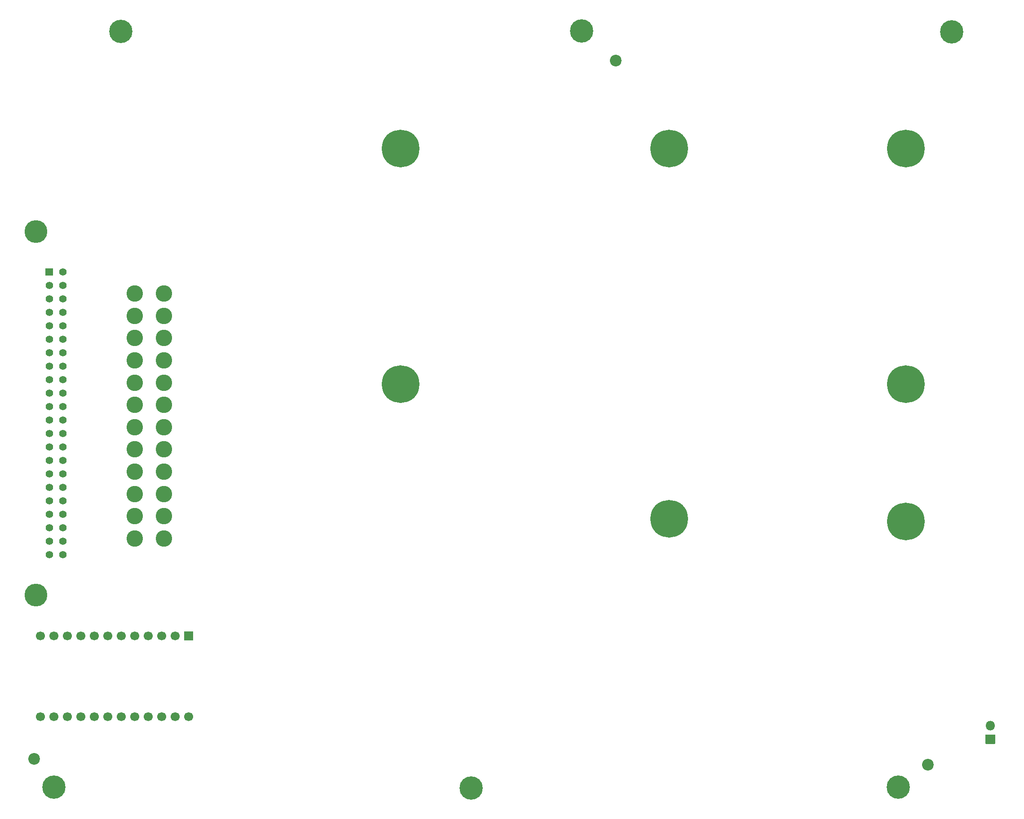
<source format=gbr>
%TF.GenerationSoftware,KiCad,Pcbnew,(5.1.10)-1*%
%TF.CreationDate,2022-08-08T13:21:15-05:00*%
%TF.ProjectId,FM Towns Pico Adapter,464d2054-6f77-46e7-9320-5069636f2041,rev?*%
%TF.SameCoordinates,Original*%
%TF.FileFunction,Soldermask,Bot*%
%TF.FilePolarity,Negative*%
%FSLAX46Y46*%
G04 Gerber Fmt 4.6, Leading zero omitted, Abs format (unit mm)*
G04 Created by KiCad (PCBNEW (5.1.10)-1) date 2022-08-08 13:21:15*
%MOMM*%
%LPD*%
G01*
G04 APERTURE LIST*
%ADD10C,7.100000*%
%ADD11C,0.900000*%
%ADD12C,1.700000*%
%ADD13C,2.200000*%
%ADD14C,4.400000*%
%ADD15O,1.800000X1.800000*%
%ADD16C,3.103200*%
%ADD17C,4.300000*%
%ADD18C,1.400000*%
G04 APERTURE END LIST*
D10*
%TO.C,PAD1*%
X112985600Y-48575100D03*
D11*
X112985600Y-45950100D03*
X114841755Y-46718945D03*
X115610600Y-48575100D03*
X114841755Y-50431255D03*
X112985600Y-51200100D03*
X111129445Y-50431255D03*
X110360600Y-48575100D03*
X111129445Y-46718945D03*
%TD*%
D10*
%TO.C,PAD1*%
X208235600Y-93025100D03*
D11*
X208235600Y-90400100D03*
X210091755Y-91168945D03*
X210860600Y-93025100D03*
X210091755Y-94881255D03*
X208235600Y-95650100D03*
X206379445Y-94881255D03*
X205610600Y-93025100D03*
X206379445Y-91168945D03*
%TD*%
%TO.C,PAD1*%
X111129445Y-91168945D03*
X110360600Y-93025100D03*
X111129445Y-94881255D03*
X112985600Y-95650100D03*
X114841755Y-94881255D03*
X115610600Y-93025100D03*
X114841755Y-91168945D03*
X112985600Y-90400100D03*
D10*
X112985600Y-93025100D03*
%TD*%
%TO.C,PAD2*%
X163595100Y-118488600D03*
D11*
X163595100Y-115863600D03*
X165451255Y-116632445D03*
X166220100Y-118488600D03*
X165451255Y-120344755D03*
X163595100Y-121113600D03*
X161738945Y-120344755D03*
X160970100Y-118488600D03*
X161738945Y-116632445D03*
%TD*%
D10*
%TO.C,PAD1*%
X208235600Y-118933100D03*
D11*
X208235600Y-116308100D03*
X210091755Y-117076945D03*
X210860600Y-118933100D03*
X210091755Y-120789255D03*
X208235600Y-121558100D03*
X206379445Y-120789255D03*
X205610600Y-118933100D03*
X206379445Y-117076945D03*
%TD*%
D10*
%TO.C,PAD3*%
X163595100Y-48575100D03*
D11*
X163595100Y-45950100D03*
X165451255Y-46718945D03*
X166220100Y-48575100D03*
X165451255Y-50431255D03*
X163595100Y-51200100D03*
X161738945Y-50431255D03*
X160970100Y-48575100D03*
X161738945Y-46718945D03*
%TD*%
D10*
%TO.C,PAD4*%
X208235600Y-48575100D03*
D11*
X208235600Y-45950100D03*
X210091755Y-46718945D03*
X210860600Y-48575100D03*
X210091755Y-50431255D03*
X208235600Y-51200100D03*
X206379445Y-50431255D03*
X205610600Y-48575100D03*
X206379445Y-46718945D03*
%TD*%
D12*
%TO.C,U1*%
X72993160Y-155795960D03*
X70453160Y-155795960D03*
X67913160Y-155795960D03*
X65373160Y-155795960D03*
X62833160Y-155795960D03*
X60293160Y-155795960D03*
X57753160Y-155795960D03*
X55213160Y-155795960D03*
X52673160Y-155795960D03*
X50133160Y-155795960D03*
X47593160Y-155795960D03*
X45053160Y-155795960D03*
X45053160Y-140555960D03*
X47593160Y-140555960D03*
X50133160Y-140555960D03*
X52673160Y-140555960D03*
X55213160Y-140555960D03*
X57753160Y-140555960D03*
X60293160Y-140555960D03*
X62833160Y-140555960D03*
X65373160Y-140555960D03*
X67913160Y-140555960D03*
X70453160Y-140555960D03*
G36*
G01*
X73843160Y-139755960D02*
X73843160Y-141355960D01*
G75*
G02*
X73793160Y-141405960I-50000J0D01*
G01*
X72193160Y-141405960D01*
G75*
G02*
X72143160Y-141355960I0J50000D01*
G01*
X72143160Y-139755960D01*
G75*
G02*
X72193160Y-139705960I50000J0D01*
G01*
X73793160Y-139705960D01*
G75*
G02*
X73843160Y-139755960I0J-50000D01*
G01*
G37*
%TD*%
D13*
%TO.C,REF\u002A\u002A*%
X153543000Y-32039560D03*
%TD*%
D14*
%TO.C,REF\u002A\u002A*%
X147081240Y-26421080D03*
%TD*%
%TO.C,REF\u002A\u002A*%
X216890600Y-26614120D03*
%TD*%
%TO.C,REF\u002A\u002A*%
X60264040Y-26507440D03*
%TD*%
D13*
%TO.C,REF\u002A\u002A*%
X212344000Y-164871400D03*
%TD*%
D14*
%TO.C,REF\u002A\u002A*%
X206756000Y-169077640D03*
%TD*%
%TO.C,REF\u002A\u002A*%
X126278640Y-169214800D03*
%TD*%
%TO.C,REF\u002A\u002A*%
X47598280Y-169108840D03*
%TD*%
D13*
%TO.C,REF\u002A\u002A*%
X43848280Y-163778840D03*
%TD*%
D15*
%TO.C,STOCK_FAN*%
X224140000Y-157510000D03*
G36*
G01*
X225040000Y-159200000D02*
X225040000Y-160900000D01*
G75*
G02*
X224990000Y-160950000I-50000J0D01*
G01*
X223290000Y-160950000D01*
G75*
G02*
X223240000Y-160900000I0J50000D01*
G01*
X223240000Y-159200000D01*
G75*
G02*
X223290000Y-159150000I50000J0D01*
G01*
X224990000Y-159150000D01*
G75*
G02*
X225040000Y-159200000I0J-50000D01*
G01*
G37*
%TD*%
D16*
%TO.C,J1*%
X62857140Y-122170600D03*
X62857140Y-117970600D03*
X62857140Y-113770600D03*
X62857140Y-109570600D03*
X62857140Y-105370600D03*
X62857140Y-101170600D03*
X62857140Y-96970600D03*
X62857140Y-92770600D03*
X62857140Y-88570600D03*
X62857140Y-84370600D03*
X62857140Y-80170600D03*
X62857140Y-75970600D03*
X68357140Y-122170600D03*
X68357140Y-117970600D03*
X68357140Y-113770600D03*
X68357140Y-109570600D03*
X68357140Y-105370600D03*
X68357140Y-101170600D03*
X68357140Y-96970600D03*
X68357140Y-92770600D03*
X68357140Y-88570600D03*
X68357140Y-84370600D03*
X68357140Y-80170600D03*
X68357140Y-75970600D03*
%TD*%
D17*
%TO.C,J2*%
X44196000Y-132842000D03*
X44196000Y-64262000D03*
D18*
X49276000Y-125222000D03*
X49276000Y-122682000D03*
X49276000Y-120142000D03*
X49276000Y-117602000D03*
X49276000Y-115062000D03*
X49276000Y-112522000D03*
X49276000Y-109982000D03*
X49276000Y-107442000D03*
X49276000Y-104902000D03*
X49276000Y-102362000D03*
X49276000Y-99822000D03*
X49276000Y-97282000D03*
X49276000Y-94742000D03*
X49276000Y-92202000D03*
X49276000Y-89662000D03*
X49276000Y-87122000D03*
X49276000Y-84582000D03*
X49276000Y-82042000D03*
X49276000Y-79502000D03*
X49276000Y-76962000D03*
X49276000Y-74422000D03*
X49276000Y-71882000D03*
X46736000Y-125222000D03*
X46736000Y-122682000D03*
X46736000Y-120142000D03*
X46736000Y-117602000D03*
X46736000Y-115062000D03*
X46736000Y-112522000D03*
X46736000Y-109982000D03*
X46736000Y-107442000D03*
X46736000Y-104902000D03*
X46736000Y-102362000D03*
X46736000Y-99822000D03*
X46736000Y-97282000D03*
X46736000Y-94742000D03*
X46736000Y-92202000D03*
X46736000Y-89662000D03*
X46736000Y-87122000D03*
X46736000Y-84582000D03*
X46736000Y-82042000D03*
X46736000Y-79502000D03*
X46736000Y-76962000D03*
X46736000Y-74422000D03*
G36*
G01*
X46036000Y-72532000D02*
X46036000Y-71232000D01*
G75*
G02*
X46086000Y-71182000I50000J0D01*
G01*
X47386000Y-71182000D01*
G75*
G02*
X47436000Y-71232000I0J-50000D01*
G01*
X47436000Y-72532000D01*
G75*
G02*
X47386000Y-72582000I-50000J0D01*
G01*
X46086000Y-72582000D01*
G75*
G02*
X46036000Y-72532000I0J50000D01*
G01*
G37*
%TD*%
M02*

</source>
